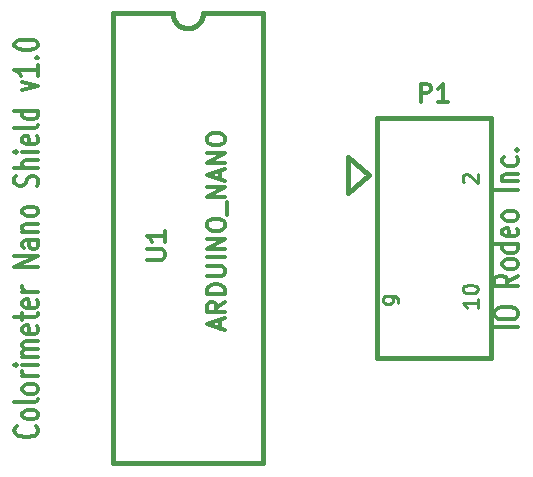
<source format=gto>
G04 (created by PCBNEW-RS274X (2011-07-19)-testing) date Fri 10 Feb 2012 03:52:09 PM PST*
G01*
G70*
G90*
%MOIN*%
G04 Gerber Fmt 3.4, Leading zero omitted, Abs format*
%FSLAX34Y34*%
G04 APERTURE LIST*
%ADD10C,0.006000*%
%ADD11C,0.012000*%
%ADD12C,0.015000*%
%ADD13C,0.010000*%
G04 APERTURE END LIST*
G54D10*
G54D11*
X46248Y-45256D02*
X46286Y-45285D01*
X46324Y-45371D01*
X46324Y-45428D01*
X46286Y-45513D01*
X46210Y-45571D01*
X46133Y-45599D01*
X45981Y-45628D01*
X45867Y-45628D01*
X45714Y-45599D01*
X45638Y-45571D01*
X45562Y-45513D01*
X45524Y-45428D01*
X45524Y-45371D01*
X45562Y-45285D01*
X45600Y-45256D01*
X46324Y-44913D02*
X46286Y-44971D01*
X46248Y-44999D01*
X46171Y-45028D01*
X45943Y-45028D01*
X45867Y-44999D01*
X45829Y-44971D01*
X45790Y-44913D01*
X45790Y-44828D01*
X45829Y-44771D01*
X45867Y-44742D01*
X45943Y-44713D01*
X46171Y-44713D01*
X46248Y-44742D01*
X46286Y-44771D01*
X46324Y-44828D01*
X46324Y-44913D01*
X46324Y-44370D02*
X46286Y-44428D01*
X46210Y-44456D01*
X45524Y-44456D01*
X46324Y-44056D02*
X46286Y-44114D01*
X46248Y-44142D01*
X46171Y-44171D01*
X45943Y-44171D01*
X45867Y-44142D01*
X45829Y-44114D01*
X45790Y-44056D01*
X45790Y-43971D01*
X45829Y-43914D01*
X45867Y-43885D01*
X45943Y-43856D01*
X46171Y-43856D01*
X46248Y-43885D01*
X46286Y-43914D01*
X46324Y-43971D01*
X46324Y-44056D01*
X46324Y-43599D02*
X45790Y-43599D01*
X45943Y-43599D02*
X45867Y-43571D01*
X45829Y-43542D01*
X45790Y-43485D01*
X45790Y-43428D01*
X46324Y-43228D02*
X45790Y-43228D01*
X45524Y-43228D02*
X45562Y-43257D01*
X45600Y-43228D01*
X45562Y-43200D01*
X45524Y-43228D01*
X45600Y-43228D01*
X46324Y-42942D02*
X45790Y-42942D01*
X45867Y-42942D02*
X45829Y-42914D01*
X45790Y-42856D01*
X45790Y-42771D01*
X45829Y-42714D01*
X45905Y-42685D01*
X46324Y-42685D01*
X45905Y-42685D02*
X45829Y-42656D01*
X45790Y-42599D01*
X45790Y-42514D01*
X45829Y-42456D01*
X45905Y-42428D01*
X46324Y-42428D01*
X46286Y-41914D02*
X46324Y-41971D01*
X46324Y-42085D01*
X46286Y-42142D01*
X46210Y-42171D01*
X45905Y-42171D01*
X45829Y-42142D01*
X45790Y-42085D01*
X45790Y-41971D01*
X45829Y-41914D01*
X45905Y-41885D01*
X45981Y-41885D01*
X46057Y-42171D01*
X45790Y-41714D02*
X45790Y-41485D01*
X45524Y-41628D02*
X46210Y-41628D01*
X46286Y-41600D01*
X46324Y-41542D01*
X46324Y-41485D01*
X46286Y-41057D02*
X46324Y-41114D01*
X46324Y-41228D01*
X46286Y-41285D01*
X46210Y-41314D01*
X45905Y-41314D01*
X45829Y-41285D01*
X45790Y-41228D01*
X45790Y-41114D01*
X45829Y-41057D01*
X45905Y-41028D01*
X45981Y-41028D01*
X46057Y-41314D01*
X46324Y-40771D02*
X45790Y-40771D01*
X45943Y-40771D02*
X45867Y-40743D01*
X45829Y-40714D01*
X45790Y-40657D01*
X45790Y-40600D01*
X46324Y-39943D02*
X45524Y-39943D01*
X46324Y-39600D01*
X45524Y-39600D01*
X46324Y-39057D02*
X45905Y-39057D01*
X45829Y-39086D01*
X45790Y-39143D01*
X45790Y-39257D01*
X45829Y-39314D01*
X46286Y-39057D02*
X46324Y-39114D01*
X46324Y-39257D01*
X46286Y-39314D01*
X46210Y-39343D01*
X46133Y-39343D01*
X46057Y-39314D01*
X46019Y-39257D01*
X46019Y-39114D01*
X45981Y-39057D01*
X45790Y-38771D02*
X46324Y-38771D01*
X45867Y-38771D02*
X45829Y-38743D01*
X45790Y-38685D01*
X45790Y-38600D01*
X45829Y-38543D01*
X45905Y-38514D01*
X46324Y-38514D01*
X46324Y-38142D02*
X46286Y-38200D01*
X46248Y-38228D01*
X46171Y-38257D01*
X45943Y-38257D01*
X45867Y-38228D01*
X45829Y-38200D01*
X45790Y-38142D01*
X45790Y-38057D01*
X45829Y-38000D01*
X45867Y-37971D01*
X45943Y-37942D01*
X46171Y-37942D01*
X46248Y-37971D01*
X46286Y-38000D01*
X46324Y-38057D01*
X46324Y-38142D01*
X46286Y-37257D02*
X46324Y-37171D01*
X46324Y-37028D01*
X46286Y-36971D01*
X46248Y-36942D01*
X46171Y-36914D01*
X46095Y-36914D01*
X46019Y-36942D01*
X45981Y-36971D01*
X45943Y-37028D01*
X45905Y-37142D01*
X45867Y-37200D01*
X45829Y-37228D01*
X45752Y-37257D01*
X45676Y-37257D01*
X45600Y-37228D01*
X45562Y-37200D01*
X45524Y-37142D01*
X45524Y-37000D01*
X45562Y-36914D01*
X46324Y-36657D02*
X45524Y-36657D01*
X46324Y-36400D02*
X45905Y-36400D01*
X45829Y-36429D01*
X45790Y-36486D01*
X45790Y-36571D01*
X45829Y-36629D01*
X45867Y-36657D01*
X46324Y-36114D02*
X45790Y-36114D01*
X45524Y-36114D02*
X45562Y-36143D01*
X45600Y-36114D01*
X45562Y-36086D01*
X45524Y-36114D01*
X45600Y-36114D01*
X46286Y-35600D02*
X46324Y-35657D01*
X46324Y-35771D01*
X46286Y-35828D01*
X46210Y-35857D01*
X45905Y-35857D01*
X45829Y-35828D01*
X45790Y-35771D01*
X45790Y-35657D01*
X45829Y-35600D01*
X45905Y-35571D01*
X45981Y-35571D01*
X46057Y-35857D01*
X46324Y-35228D02*
X46286Y-35286D01*
X46210Y-35314D01*
X45524Y-35314D01*
X46324Y-34743D02*
X45524Y-34743D01*
X46286Y-34743D02*
X46324Y-34800D01*
X46324Y-34914D01*
X46286Y-34972D01*
X46248Y-35000D01*
X46171Y-35029D01*
X45943Y-35029D01*
X45867Y-35000D01*
X45829Y-34972D01*
X45790Y-34914D01*
X45790Y-34800D01*
X45829Y-34743D01*
X45790Y-34057D02*
X46324Y-33914D01*
X45790Y-33772D01*
X46324Y-33229D02*
X46324Y-33572D01*
X46324Y-33400D02*
X45524Y-33400D01*
X45638Y-33457D01*
X45714Y-33515D01*
X45752Y-33572D01*
X46248Y-32972D02*
X46286Y-32944D01*
X46324Y-32972D01*
X46286Y-33001D01*
X46248Y-32972D01*
X46324Y-32972D01*
X45524Y-32572D02*
X45524Y-32515D01*
X45562Y-32458D01*
X45600Y-32429D01*
X45676Y-32400D01*
X45829Y-32372D01*
X46019Y-32372D01*
X46171Y-32400D01*
X46248Y-32429D01*
X46286Y-32458D01*
X46324Y-32515D01*
X46324Y-32572D01*
X46286Y-32629D01*
X46248Y-32658D01*
X46171Y-32686D01*
X46019Y-32715D01*
X45829Y-32715D01*
X45676Y-32686D01*
X45600Y-32658D01*
X45562Y-32629D01*
X45524Y-32572D01*
X62324Y-41957D02*
X61524Y-41957D01*
X61524Y-41557D02*
X61524Y-41443D01*
X61562Y-41385D01*
X61638Y-41328D01*
X61790Y-41300D01*
X62057Y-41300D01*
X62210Y-41328D01*
X62286Y-41385D01*
X62324Y-41443D01*
X62324Y-41557D01*
X62286Y-41614D01*
X62210Y-41671D01*
X62057Y-41700D01*
X61790Y-41700D01*
X61638Y-41671D01*
X61562Y-41614D01*
X61524Y-41557D01*
X62324Y-40242D02*
X61943Y-40442D01*
X62324Y-40585D02*
X61524Y-40585D01*
X61524Y-40357D01*
X61562Y-40299D01*
X61600Y-40271D01*
X61676Y-40242D01*
X61790Y-40242D01*
X61867Y-40271D01*
X61905Y-40299D01*
X61943Y-40357D01*
X61943Y-40585D01*
X62324Y-39899D02*
X62286Y-39957D01*
X62248Y-39985D01*
X62171Y-40014D01*
X61943Y-40014D01*
X61867Y-39985D01*
X61829Y-39957D01*
X61790Y-39899D01*
X61790Y-39814D01*
X61829Y-39757D01*
X61867Y-39728D01*
X61943Y-39699D01*
X62171Y-39699D01*
X62248Y-39728D01*
X62286Y-39757D01*
X62324Y-39814D01*
X62324Y-39899D01*
X62324Y-39185D02*
X61524Y-39185D01*
X62286Y-39185D02*
X62324Y-39242D01*
X62324Y-39356D01*
X62286Y-39414D01*
X62248Y-39442D01*
X62171Y-39471D01*
X61943Y-39471D01*
X61867Y-39442D01*
X61829Y-39414D01*
X61790Y-39356D01*
X61790Y-39242D01*
X61829Y-39185D01*
X62286Y-38671D02*
X62324Y-38728D01*
X62324Y-38842D01*
X62286Y-38899D01*
X62210Y-38928D01*
X61905Y-38928D01*
X61829Y-38899D01*
X61790Y-38842D01*
X61790Y-38728D01*
X61829Y-38671D01*
X61905Y-38642D01*
X61981Y-38642D01*
X62057Y-38928D01*
X62324Y-38299D02*
X62286Y-38357D01*
X62248Y-38385D01*
X62171Y-38414D01*
X61943Y-38414D01*
X61867Y-38385D01*
X61829Y-38357D01*
X61790Y-38299D01*
X61790Y-38214D01*
X61829Y-38157D01*
X61867Y-38128D01*
X61943Y-38099D01*
X62171Y-38099D01*
X62248Y-38128D01*
X62286Y-38157D01*
X62324Y-38214D01*
X62324Y-38299D01*
X62324Y-37385D02*
X61524Y-37385D01*
X61790Y-37099D02*
X62324Y-37099D01*
X61867Y-37099D02*
X61829Y-37071D01*
X61790Y-37013D01*
X61790Y-36928D01*
X61829Y-36871D01*
X61905Y-36842D01*
X62324Y-36842D01*
X62286Y-36299D02*
X62324Y-36356D01*
X62324Y-36470D01*
X62286Y-36528D01*
X62248Y-36556D01*
X62171Y-36585D01*
X61943Y-36585D01*
X61867Y-36556D01*
X61829Y-36528D01*
X61790Y-36470D01*
X61790Y-36356D01*
X61829Y-36299D01*
X62248Y-36042D02*
X62286Y-36014D01*
X62324Y-36042D01*
X62286Y-36071D01*
X62248Y-36042D01*
X62324Y-36042D01*
G54D12*
X50800Y-31500D02*
X50802Y-31543D01*
X50808Y-31586D01*
X50818Y-31629D01*
X50831Y-31671D01*
X50847Y-31711D01*
X50867Y-31749D01*
X50891Y-31786D01*
X50917Y-31821D01*
X50947Y-31853D01*
X50979Y-31883D01*
X51014Y-31909D01*
X51051Y-31933D01*
X51089Y-31953D01*
X51129Y-31969D01*
X51171Y-31982D01*
X51214Y-31992D01*
X51257Y-31998D01*
X51300Y-32000D01*
X51300Y-32000D02*
X51343Y-31998D01*
X51386Y-31992D01*
X51429Y-31982D01*
X51471Y-31969D01*
X51511Y-31953D01*
X51550Y-31933D01*
X51586Y-31909D01*
X51621Y-31883D01*
X51653Y-31853D01*
X51683Y-31821D01*
X51709Y-31786D01*
X51733Y-31749D01*
X51753Y-31711D01*
X51769Y-31671D01*
X51782Y-31629D01*
X51792Y-31586D01*
X51798Y-31543D01*
X51800Y-31500D01*
X53800Y-31500D02*
X51800Y-31500D01*
X48800Y-31500D02*
X50800Y-31500D01*
X48800Y-31500D02*
X48800Y-46500D01*
X48800Y-46500D02*
X53800Y-46500D01*
X53800Y-46500D02*
X53800Y-31500D01*
X61400Y-35000D02*
X61400Y-43000D01*
X61400Y-43000D02*
X57600Y-43000D01*
X57600Y-43000D02*
X57600Y-35000D01*
X57600Y-35000D02*
X61400Y-35000D01*
X56626Y-36283D02*
X56626Y-37465D01*
X57339Y-36888D02*
X56639Y-36288D01*
X56640Y-37488D02*
X57340Y-36888D01*
G54D11*
X49943Y-39707D02*
X50429Y-39707D01*
X50486Y-39679D01*
X50514Y-39650D01*
X50543Y-39593D01*
X50543Y-39479D01*
X50514Y-39421D01*
X50486Y-39393D01*
X50429Y-39364D01*
X49943Y-39364D01*
X50543Y-38764D02*
X50543Y-39107D01*
X50543Y-38935D02*
X49943Y-38935D01*
X50029Y-38992D01*
X50086Y-39050D01*
X50114Y-39107D01*
X52371Y-42008D02*
X52371Y-41722D01*
X52543Y-42065D02*
X51943Y-41865D01*
X52543Y-41665D01*
X52543Y-41122D02*
X52257Y-41322D01*
X52543Y-41465D02*
X51943Y-41465D01*
X51943Y-41237D01*
X51971Y-41179D01*
X52000Y-41151D01*
X52057Y-41122D01*
X52143Y-41122D01*
X52200Y-41151D01*
X52229Y-41179D01*
X52257Y-41237D01*
X52257Y-41465D01*
X52543Y-40865D02*
X51943Y-40865D01*
X51943Y-40722D01*
X51971Y-40637D01*
X52029Y-40579D01*
X52086Y-40551D01*
X52200Y-40522D01*
X52286Y-40522D01*
X52400Y-40551D01*
X52457Y-40579D01*
X52514Y-40637D01*
X52543Y-40722D01*
X52543Y-40865D01*
X51943Y-40265D02*
X52429Y-40265D01*
X52486Y-40237D01*
X52514Y-40208D01*
X52543Y-40151D01*
X52543Y-40037D01*
X52514Y-39979D01*
X52486Y-39951D01*
X52429Y-39922D01*
X51943Y-39922D01*
X52543Y-39636D02*
X51943Y-39636D01*
X52543Y-39350D02*
X51943Y-39350D01*
X52543Y-39007D01*
X51943Y-39007D01*
X51943Y-38607D02*
X51943Y-38493D01*
X51971Y-38435D01*
X52029Y-38378D01*
X52143Y-38350D01*
X52343Y-38350D01*
X52457Y-38378D01*
X52514Y-38435D01*
X52543Y-38493D01*
X52543Y-38607D01*
X52514Y-38664D01*
X52457Y-38721D01*
X52343Y-38750D01*
X52143Y-38750D01*
X52029Y-38721D01*
X51971Y-38664D01*
X51943Y-38607D01*
X52600Y-38235D02*
X52600Y-37778D01*
X52543Y-37635D02*
X51943Y-37635D01*
X52543Y-37292D01*
X51943Y-37292D01*
X52371Y-37035D02*
X52371Y-36749D01*
X52543Y-37092D02*
X51943Y-36892D01*
X52543Y-36692D01*
X52543Y-36492D02*
X51943Y-36492D01*
X52543Y-36149D01*
X51943Y-36149D01*
X51943Y-35749D02*
X51943Y-35635D01*
X51971Y-35577D01*
X52029Y-35520D01*
X52143Y-35492D01*
X52343Y-35492D01*
X52457Y-35520D01*
X52514Y-35577D01*
X52543Y-35635D01*
X52543Y-35749D01*
X52514Y-35806D01*
X52457Y-35863D01*
X52343Y-35892D01*
X52143Y-35892D01*
X52029Y-35863D01*
X51971Y-35806D01*
X51943Y-35749D01*
X59058Y-34443D02*
X59058Y-33843D01*
X59286Y-33843D01*
X59344Y-33871D01*
X59372Y-33900D01*
X59401Y-33957D01*
X59401Y-34043D01*
X59372Y-34100D01*
X59344Y-34129D01*
X59286Y-34157D01*
X59058Y-34157D01*
X59972Y-34443D02*
X59629Y-34443D01*
X59801Y-34443D02*
X59801Y-33843D01*
X59744Y-33929D01*
X59686Y-33986D01*
X59629Y-34014D01*
G54D13*
X60962Y-41024D02*
X60962Y-41310D01*
X60962Y-41167D02*
X60462Y-41167D01*
X60534Y-41215D01*
X60581Y-41262D01*
X60605Y-41310D01*
X60462Y-40715D02*
X60462Y-40667D01*
X60486Y-40619D01*
X60510Y-40596D01*
X60558Y-40572D01*
X60653Y-40548D01*
X60772Y-40548D01*
X60867Y-40572D01*
X60915Y-40596D01*
X60939Y-40619D01*
X60962Y-40667D01*
X60962Y-40715D01*
X60939Y-40762D01*
X60915Y-40786D01*
X60867Y-40810D01*
X60772Y-40834D01*
X60653Y-40834D01*
X60558Y-40810D01*
X60510Y-40786D01*
X60486Y-40762D01*
X60462Y-40715D01*
X58324Y-41142D02*
X58324Y-41047D01*
X58301Y-40999D01*
X58277Y-40975D01*
X58205Y-40928D01*
X58110Y-40904D01*
X57920Y-40904D01*
X57872Y-40928D01*
X57848Y-40952D01*
X57824Y-40999D01*
X57824Y-41095D01*
X57848Y-41142D01*
X57872Y-41166D01*
X57920Y-41190D01*
X58039Y-41190D01*
X58086Y-41166D01*
X58110Y-41142D01*
X58134Y-41095D01*
X58134Y-40999D01*
X58110Y-40952D01*
X58086Y-40928D01*
X58039Y-40904D01*
X60510Y-37135D02*
X60486Y-37111D01*
X60462Y-37063D01*
X60462Y-36944D01*
X60486Y-36897D01*
X60510Y-36873D01*
X60558Y-36849D01*
X60605Y-36849D01*
X60677Y-36873D01*
X60962Y-37159D01*
X60962Y-36849D01*
M02*

</source>
